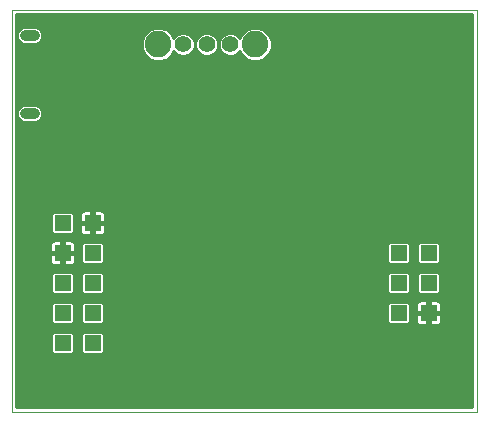
<source format=gbl>
G75*
%MOIN*%
%OFA0B0*%
%FSLAX25Y25*%
%IPPOS*%
%LPD*%
%AMOC8*
5,1,8,0,0,1.08239X$1,22.5*
%
%ADD10C,0.00000*%
%ADD11C,0.03543*%
%ADD12C,0.05600*%
%ADD13C,0.08858*%
%ADD14R,0.05315X0.05315*%
%ADD15C,0.01000*%
%ADD16C,0.03169*%
%ADD17C,0.01600*%
D10*
X0001824Y0001500D02*
X0001824Y0135500D01*
X0156824Y0135500D01*
X0156824Y0001500D01*
X0001824Y0001500D01*
D11*
X0009190Y0101008D02*
X0009190Y0101008D01*
X0006434Y0101008D01*
X0006434Y0101008D01*
X0009190Y0101008D01*
X0009190Y0126992D02*
X0009190Y0126992D01*
X0006434Y0126992D01*
X0006434Y0126992D01*
X0009190Y0126992D01*
D12*
X0058924Y0124000D03*
X0066824Y0124000D03*
X0074724Y0124000D03*
D13*
X0082974Y0124000D03*
X0050674Y0124000D03*
D14*
X0028824Y0064500D03*
X0018824Y0064500D03*
X0018824Y0054500D03*
X0028824Y0054500D03*
X0028824Y0044500D03*
X0028824Y0034500D03*
X0018824Y0034500D03*
X0018824Y0044500D03*
X0018824Y0024500D03*
X0028824Y0024500D03*
X0130824Y0034500D03*
X0140824Y0034500D03*
X0140824Y0044500D03*
X0140824Y0054500D03*
X0130824Y0054500D03*
X0130824Y0044500D03*
D15*
X0127067Y0044436D02*
X0032581Y0044436D01*
X0032581Y0045434D02*
X0127067Y0045434D01*
X0127067Y0046433D02*
X0032581Y0046433D01*
X0032581Y0047432D02*
X0127067Y0047432D01*
X0127067Y0047613D02*
X0127067Y0041387D01*
X0127711Y0040743D01*
X0133937Y0040743D01*
X0134581Y0041387D01*
X0134581Y0047613D01*
X0133937Y0048257D01*
X0127711Y0048257D01*
X0127067Y0047613D01*
X0127711Y0050743D02*
X0133937Y0050743D01*
X0134581Y0051387D01*
X0134581Y0057613D01*
X0133937Y0058257D01*
X0127711Y0058257D01*
X0127067Y0057613D01*
X0127067Y0051387D01*
X0127711Y0050743D01*
X0127067Y0051426D02*
X0032581Y0051426D01*
X0032581Y0051387D02*
X0032581Y0057613D01*
X0031937Y0058257D01*
X0025711Y0058257D01*
X0025067Y0057613D01*
X0025067Y0051387D01*
X0025711Y0050743D01*
X0031937Y0050743D01*
X0032581Y0051387D01*
X0032581Y0052424D02*
X0127067Y0052424D01*
X0127067Y0053423D02*
X0032581Y0053423D01*
X0032581Y0054421D02*
X0127067Y0054421D01*
X0127067Y0055420D02*
X0032581Y0055420D01*
X0032581Y0056418D02*
X0127067Y0056418D01*
X0127067Y0057417D02*
X0032581Y0057417D01*
X0031679Y0060343D02*
X0029210Y0060343D01*
X0029210Y0064114D01*
X0029210Y0064886D01*
X0032981Y0064886D01*
X0032981Y0067355D01*
X0032879Y0067736D01*
X0032682Y0068078D01*
X0032402Y0068358D01*
X0032060Y0068555D01*
X0031679Y0068657D01*
X0029210Y0068657D01*
X0029210Y0064886D01*
X0028438Y0064886D01*
X0028438Y0068657D01*
X0025969Y0068657D01*
X0025588Y0068555D01*
X0025245Y0068358D01*
X0024966Y0068078D01*
X0024769Y0067736D01*
X0024667Y0067355D01*
X0024666Y0064886D01*
X0028438Y0064886D01*
X0028438Y0064114D01*
X0029210Y0064114D01*
X0032981Y0064114D01*
X0032981Y0061645D01*
X0032879Y0061264D01*
X0032682Y0060921D01*
X0032402Y0060642D01*
X0032060Y0060445D01*
X0031679Y0060343D01*
X0031939Y0060412D02*
X0155324Y0060412D01*
X0155324Y0059414D02*
X0003324Y0059414D01*
X0003324Y0060412D02*
X0025709Y0060412D01*
X0025588Y0060445D02*
X0025969Y0060343D01*
X0028438Y0060343D01*
X0028438Y0064114D01*
X0024667Y0064114D01*
X0024667Y0061645D01*
X0024769Y0061264D01*
X0024966Y0060921D01*
X0025245Y0060642D01*
X0025588Y0060445D01*
X0024729Y0061411D02*
X0022581Y0061411D01*
X0022581Y0061387D02*
X0022581Y0067613D01*
X0021937Y0068257D01*
X0015711Y0068257D01*
X0015067Y0067613D01*
X0015067Y0061387D01*
X0015711Y0060743D01*
X0021937Y0060743D01*
X0022581Y0061387D01*
X0022581Y0062409D02*
X0024667Y0062409D01*
X0024667Y0063408D02*
X0022581Y0063408D01*
X0022581Y0064406D02*
X0028438Y0064406D01*
X0029210Y0064406D02*
X0155324Y0064406D01*
X0155324Y0063408D02*
X0032981Y0063408D01*
X0032981Y0062409D02*
X0155324Y0062409D01*
X0155324Y0061411D02*
X0032919Y0061411D01*
X0029210Y0061411D02*
X0028438Y0061411D01*
X0028438Y0062409D02*
X0029210Y0062409D01*
X0029210Y0063408D02*
X0028438Y0063408D01*
X0028438Y0065405D02*
X0029210Y0065405D01*
X0029210Y0066403D02*
X0028438Y0066403D01*
X0028438Y0067402D02*
X0029210Y0067402D01*
X0029210Y0068400D02*
X0028438Y0068400D01*
X0025319Y0068400D02*
X0003324Y0068400D01*
X0003324Y0067402D02*
X0015067Y0067402D01*
X0015067Y0066403D02*
X0003324Y0066403D01*
X0003324Y0065405D02*
X0015067Y0065405D01*
X0015067Y0064406D02*
X0003324Y0064406D01*
X0003324Y0063408D02*
X0015067Y0063408D01*
X0015067Y0062409D02*
X0003324Y0062409D01*
X0003324Y0061411D02*
X0015067Y0061411D01*
X0015969Y0058657D02*
X0015588Y0058555D01*
X0015245Y0058358D01*
X0014966Y0058078D01*
X0014769Y0057736D01*
X0014667Y0057355D01*
X0014666Y0054886D01*
X0018438Y0054886D01*
X0018438Y0058657D01*
X0015969Y0058657D01*
X0015345Y0058415D02*
X0003324Y0058415D01*
X0003324Y0057417D02*
X0014683Y0057417D01*
X0014667Y0056418D02*
X0003324Y0056418D01*
X0003324Y0055420D02*
X0014667Y0055420D01*
X0014667Y0054114D02*
X0014667Y0051645D01*
X0014769Y0051264D01*
X0014966Y0050921D01*
X0015245Y0050642D01*
X0015588Y0050445D01*
X0015969Y0050343D01*
X0018438Y0050343D01*
X0018438Y0054114D01*
X0019210Y0054114D01*
X0019210Y0054886D01*
X0022981Y0054886D01*
X0022981Y0057355D01*
X0022879Y0057736D01*
X0022682Y0058078D01*
X0022402Y0058358D01*
X0022060Y0058555D01*
X0021679Y0058657D01*
X0019210Y0058657D01*
X0019210Y0054886D01*
X0018438Y0054886D01*
X0018438Y0054114D01*
X0014667Y0054114D01*
X0014667Y0053423D02*
X0003324Y0053423D01*
X0003324Y0054421D02*
X0018438Y0054421D01*
X0019210Y0054421D02*
X0025067Y0054421D01*
X0025067Y0053423D02*
X0022981Y0053423D01*
X0022981Y0054114D02*
X0022981Y0051645D01*
X0022879Y0051264D01*
X0022682Y0050921D01*
X0022402Y0050642D01*
X0022060Y0050445D01*
X0021679Y0050343D01*
X0019210Y0050343D01*
X0019210Y0054114D01*
X0022981Y0054114D01*
X0022981Y0055420D02*
X0025067Y0055420D01*
X0025067Y0056418D02*
X0022981Y0056418D01*
X0022965Y0057417D02*
X0025067Y0057417D01*
X0022303Y0058415D02*
X0155324Y0058415D01*
X0155324Y0057417D02*
X0144581Y0057417D01*
X0144581Y0057613D02*
X0143937Y0058257D01*
X0137711Y0058257D01*
X0137067Y0057613D01*
X0137067Y0051387D01*
X0137711Y0050743D01*
X0143937Y0050743D01*
X0144581Y0051387D01*
X0144581Y0057613D01*
X0144581Y0056418D02*
X0155324Y0056418D01*
X0155324Y0055420D02*
X0144581Y0055420D01*
X0144581Y0054421D02*
X0155324Y0054421D01*
X0155324Y0053423D02*
X0144581Y0053423D01*
X0144581Y0052424D02*
X0155324Y0052424D01*
X0155324Y0051426D02*
X0144581Y0051426D01*
X0143937Y0048257D02*
X0144581Y0047613D01*
X0144581Y0041387D01*
X0143937Y0040743D01*
X0137711Y0040743D01*
X0137067Y0041387D01*
X0137067Y0047613D01*
X0137711Y0048257D01*
X0143937Y0048257D01*
X0144581Y0047432D02*
X0155324Y0047432D01*
X0155324Y0048430D02*
X0003324Y0048430D01*
X0003324Y0047432D02*
X0015067Y0047432D01*
X0015067Y0047613D02*
X0015067Y0041387D01*
X0015711Y0040743D01*
X0021937Y0040743D01*
X0022581Y0041387D01*
X0022581Y0047613D01*
X0021937Y0048257D01*
X0015711Y0048257D01*
X0015067Y0047613D01*
X0015067Y0046433D02*
X0003324Y0046433D01*
X0003324Y0045434D02*
X0015067Y0045434D01*
X0015067Y0044436D02*
X0003324Y0044436D01*
X0003324Y0043437D02*
X0015067Y0043437D01*
X0015067Y0042439D02*
X0003324Y0042439D01*
X0003324Y0041440D02*
X0015067Y0041440D01*
X0015711Y0038257D02*
X0015067Y0037613D01*
X0015067Y0031387D01*
X0015711Y0030743D01*
X0021937Y0030743D01*
X0022581Y0031387D01*
X0022581Y0037613D01*
X0021937Y0038257D01*
X0015711Y0038257D01*
X0015067Y0037446D02*
X0003324Y0037446D01*
X0003324Y0036448D02*
X0015067Y0036448D01*
X0015067Y0035449D02*
X0003324Y0035449D01*
X0003324Y0034451D02*
X0015067Y0034451D01*
X0015067Y0033452D02*
X0003324Y0033452D01*
X0003324Y0032454D02*
X0015067Y0032454D01*
X0015067Y0031455D02*
X0003324Y0031455D01*
X0003324Y0030457D02*
X0137567Y0030457D01*
X0137588Y0030445D02*
X0137969Y0030343D01*
X0140438Y0030343D01*
X0140438Y0034114D01*
X0141210Y0034114D01*
X0141210Y0034886D01*
X0144981Y0034886D01*
X0144981Y0037355D01*
X0144879Y0037736D01*
X0144682Y0038078D01*
X0144402Y0038358D01*
X0144060Y0038555D01*
X0143679Y0038657D01*
X0141210Y0038657D01*
X0141210Y0034886D01*
X0140438Y0034886D01*
X0140438Y0038657D01*
X0137969Y0038657D01*
X0137588Y0038555D01*
X0137245Y0038358D01*
X0136966Y0038078D01*
X0136769Y0037736D01*
X0136667Y0037355D01*
X0136666Y0034886D01*
X0140438Y0034886D01*
X0140438Y0034114D01*
X0136667Y0034114D01*
X0136667Y0031645D01*
X0136769Y0031264D01*
X0136966Y0030921D01*
X0137245Y0030642D01*
X0137588Y0030445D01*
X0136717Y0031455D02*
X0134581Y0031455D01*
X0134581Y0031387D02*
X0134581Y0037613D01*
X0133937Y0038257D01*
X0127711Y0038257D01*
X0127067Y0037613D01*
X0127067Y0031387D01*
X0127711Y0030743D01*
X0133937Y0030743D01*
X0134581Y0031387D01*
X0134581Y0032454D02*
X0136667Y0032454D01*
X0136667Y0033452D02*
X0134581Y0033452D01*
X0134581Y0034451D02*
X0140438Y0034451D01*
X0141210Y0034451D02*
X0155324Y0034451D01*
X0155324Y0035449D02*
X0144981Y0035449D01*
X0144981Y0036448D02*
X0155324Y0036448D01*
X0155324Y0037446D02*
X0144957Y0037446D01*
X0144252Y0038445D02*
X0155324Y0038445D01*
X0155324Y0039443D02*
X0003324Y0039443D01*
X0003324Y0038445D02*
X0137396Y0038445D01*
X0136691Y0037446D02*
X0134581Y0037446D01*
X0134581Y0036448D02*
X0136667Y0036448D01*
X0136667Y0035449D02*
X0134581Y0035449D01*
X0140438Y0035449D02*
X0141210Y0035449D01*
X0141210Y0036448D02*
X0140438Y0036448D01*
X0140438Y0037446D02*
X0141210Y0037446D01*
X0141210Y0038445D02*
X0140438Y0038445D01*
X0137067Y0041440D02*
X0134581Y0041440D01*
X0134581Y0042439D02*
X0137067Y0042439D01*
X0137067Y0043437D02*
X0134581Y0043437D01*
X0134581Y0044436D02*
X0137067Y0044436D01*
X0137067Y0045434D02*
X0134581Y0045434D01*
X0134581Y0046433D02*
X0137067Y0046433D01*
X0137067Y0047432D02*
X0134581Y0047432D01*
X0134581Y0051426D02*
X0137067Y0051426D01*
X0137067Y0052424D02*
X0134581Y0052424D01*
X0134581Y0053423D02*
X0137067Y0053423D01*
X0137067Y0054421D02*
X0134581Y0054421D01*
X0134581Y0055420D02*
X0137067Y0055420D01*
X0137067Y0056418D02*
X0134581Y0056418D01*
X0134581Y0057417D02*
X0137067Y0057417D01*
X0144581Y0046433D02*
X0155324Y0046433D01*
X0155324Y0045434D02*
X0144581Y0045434D01*
X0144581Y0044436D02*
X0155324Y0044436D01*
X0155324Y0043437D02*
X0144581Y0043437D01*
X0144581Y0042439D02*
X0155324Y0042439D01*
X0155324Y0041440D02*
X0144581Y0041440D01*
X0144981Y0034114D02*
X0141210Y0034114D01*
X0141210Y0030343D01*
X0143679Y0030343D01*
X0144060Y0030445D01*
X0144402Y0030642D01*
X0144682Y0030921D01*
X0144879Y0031264D01*
X0144981Y0031645D01*
X0144981Y0034114D01*
X0144981Y0033452D02*
X0155324Y0033452D01*
X0155324Y0032454D02*
X0144981Y0032454D01*
X0144931Y0031455D02*
X0155324Y0031455D01*
X0155324Y0030457D02*
X0144081Y0030457D01*
X0141210Y0030457D02*
X0140438Y0030457D01*
X0140438Y0031455D02*
X0141210Y0031455D01*
X0141210Y0032454D02*
X0140438Y0032454D01*
X0140438Y0033452D02*
X0141210Y0033452D01*
X0127067Y0033452D02*
X0032581Y0033452D01*
X0032581Y0032454D02*
X0127067Y0032454D01*
X0127067Y0031455D02*
X0032581Y0031455D01*
X0032581Y0031387D02*
X0032581Y0037613D01*
X0031937Y0038257D01*
X0025711Y0038257D01*
X0025067Y0037613D01*
X0025067Y0031387D01*
X0025711Y0030743D01*
X0031937Y0030743D01*
X0032581Y0031387D01*
X0031937Y0028257D02*
X0025711Y0028257D01*
X0025067Y0027613D01*
X0025067Y0021387D01*
X0025711Y0020743D01*
X0031937Y0020743D01*
X0032581Y0021387D01*
X0032581Y0027613D01*
X0031937Y0028257D01*
X0032581Y0027461D02*
X0155324Y0027461D01*
X0155324Y0026463D02*
X0032581Y0026463D01*
X0032581Y0025464D02*
X0155324Y0025464D01*
X0155324Y0024466D02*
X0032581Y0024466D01*
X0032581Y0023467D02*
X0155324Y0023467D01*
X0155324Y0022469D02*
X0032581Y0022469D01*
X0032581Y0021470D02*
X0155324Y0021470D01*
X0155324Y0020472D02*
X0003324Y0020472D01*
X0003324Y0021470D02*
X0015067Y0021470D01*
X0015067Y0021387D02*
X0015711Y0020743D01*
X0021937Y0020743D01*
X0022581Y0021387D01*
X0022581Y0027613D01*
X0021937Y0028257D01*
X0015711Y0028257D01*
X0015067Y0027613D01*
X0015067Y0021387D01*
X0015067Y0022469D02*
X0003324Y0022469D01*
X0003324Y0023467D02*
X0015067Y0023467D01*
X0015067Y0024466D02*
X0003324Y0024466D01*
X0003324Y0025464D02*
X0015067Y0025464D01*
X0015067Y0026463D02*
X0003324Y0026463D01*
X0003324Y0027461D02*
X0015067Y0027461D01*
X0022581Y0027461D02*
X0025067Y0027461D01*
X0025067Y0026463D02*
X0022581Y0026463D01*
X0022581Y0025464D02*
X0025067Y0025464D01*
X0025067Y0024466D02*
X0022581Y0024466D01*
X0022581Y0023467D02*
X0025067Y0023467D01*
X0025067Y0022469D02*
X0022581Y0022469D01*
X0022581Y0021470D02*
X0025067Y0021470D01*
X0025067Y0031455D02*
X0022581Y0031455D01*
X0022581Y0032454D02*
X0025067Y0032454D01*
X0025067Y0033452D02*
X0022581Y0033452D01*
X0022581Y0034451D02*
X0025067Y0034451D01*
X0025067Y0035449D02*
X0022581Y0035449D01*
X0022581Y0036448D02*
X0025067Y0036448D01*
X0025067Y0037446D02*
X0022581Y0037446D01*
X0025711Y0040743D02*
X0025067Y0041387D01*
X0025067Y0047613D01*
X0025711Y0048257D01*
X0031937Y0048257D01*
X0032581Y0047613D01*
X0032581Y0041387D01*
X0031937Y0040743D01*
X0025711Y0040743D01*
X0025067Y0041440D02*
X0022581Y0041440D01*
X0022581Y0042439D02*
X0025067Y0042439D01*
X0025067Y0043437D02*
X0022581Y0043437D01*
X0022581Y0044436D02*
X0025067Y0044436D01*
X0025067Y0045434D02*
X0022581Y0045434D01*
X0022581Y0046433D02*
X0025067Y0046433D01*
X0025067Y0047432D02*
X0022581Y0047432D01*
X0021994Y0050427D02*
X0155324Y0050427D01*
X0155324Y0049429D02*
X0003324Y0049429D01*
X0003324Y0050427D02*
X0015654Y0050427D01*
X0014725Y0051426D02*
X0003324Y0051426D01*
X0003324Y0052424D02*
X0014667Y0052424D01*
X0018438Y0052424D02*
X0019210Y0052424D01*
X0019210Y0051426D02*
X0018438Y0051426D01*
X0018438Y0050427D02*
X0019210Y0050427D01*
X0019210Y0053423D02*
X0018438Y0053423D01*
X0018438Y0055420D02*
X0019210Y0055420D01*
X0019210Y0056418D02*
X0018438Y0056418D01*
X0018438Y0057417D02*
X0019210Y0057417D01*
X0019210Y0058415D02*
X0018438Y0058415D01*
X0022981Y0052424D02*
X0025067Y0052424D01*
X0025067Y0051426D02*
X0022923Y0051426D01*
X0032581Y0043437D02*
X0127067Y0043437D01*
X0127067Y0042439D02*
X0032581Y0042439D01*
X0032581Y0041440D02*
X0127067Y0041440D01*
X0127067Y0037446D02*
X0032581Y0037446D01*
X0032581Y0036448D02*
X0127067Y0036448D01*
X0127067Y0035449D02*
X0032581Y0035449D01*
X0032581Y0034451D02*
X0127067Y0034451D01*
X0155324Y0029458D02*
X0003324Y0029458D01*
X0003324Y0028460D02*
X0155324Y0028460D01*
X0155324Y0019473D02*
X0003324Y0019473D01*
X0003324Y0018475D02*
X0155324Y0018475D01*
X0155324Y0017476D02*
X0003324Y0017476D01*
X0003324Y0016478D02*
X0155324Y0016478D01*
X0155324Y0015479D02*
X0003324Y0015479D01*
X0003324Y0014481D02*
X0155324Y0014481D01*
X0155324Y0013482D02*
X0003324Y0013482D01*
X0003324Y0012484D02*
X0155324Y0012484D01*
X0155324Y0011485D02*
X0003324Y0011485D01*
X0003324Y0010487D02*
X0155324Y0010487D01*
X0155324Y0009488D02*
X0003324Y0009488D01*
X0003324Y0008490D02*
X0155324Y0008490D01*
X0155324Y0007491D02*
X0003324Y0007491D01*
X0003324Y0006493D02*
X0155324Y0006493D01*
X0155324Y0005494D02*
X0003324Y0005494D01*
X0003324Y0004496D02*
X0155324Y0004496D01*
X0155324Y0003497D02*
X0003324Y0003497D01*
X0003324Y0003000D02*
X0003324Y0134000D01*
X0155324Y0134000D01*
X0155324Y0003000D01*
X0003324Y0003000D01*
X0003324Y0040442D02*
X0155324Y0040442D01*
X0155324Y0065405D02*
X0032981Y0065405D01*
X0032981Y0066403D02*
X0155324Y0066403D01*
X0155324Y0067402D02*
X0032969Y0067402D01*
X0032329Y0068400D02*
X0155324Y0068400D01*
X0155324Y0069399D02*
X0003324Y0069399D01*
X0003324Y0070397D02*
X0155324Y0070397D01*
X0155324Y0071396D02*
X0003324Y0071396D01*
X0003324Y0072394D02*
X0155324Y0072394D01*
X0155324Y0073393D02*
X0003324Y0073393D01*
X0003324Y0074391D02*
X0155324Y0074391D01*
X0155324Y0075390D02*
X0003324Y0075390D01*
X0003324Y0076388D02*
X0155324Y0076388D01*
X0155324Y0077387D02*
X0003324Y0077387D01*
X0003324Y0078385D02*
X0155324Y0078385D01*
X0155324Y0079384D02*
X0003324Y0079384D01*
X0003324Y0080382D02*
X0155324Y0080382D01*
X0155324Y0081381D02*
X0003324Y0081381D01*
X0003324Y0082379D02*
X0155324Y0082379D01*
X0155324Y0083378D02*
X0003324Y0083378D01*
X0003324Y0084376D02*
X0155324Y0084376D01*
X0155324Y0085375D02*
X0003324Y0085375D01*
X0003324Y0086373D02*
X0155324Y0086373D01*
X0155324Y0087372D02*
X0003324Y0087372D01*
X0003324Y0088370D02*
X0155324Y0088370D01*
X0155324Y0089369D02*
X0003324Y0089369D01*
X0003324Y0090368D02*
X0155324Y0090368D01*
X0155324Y0091366D02*
X0003324Y0091366D01*
X0003324Y0092365D02*
X0155324Y0092365D01*
X0155324Y0093363D02*
X0003324Y0093363D01*
X0003324Y0094362D02*
X0155324Y0094362D01*
X0155324Y0095360D02*
X0003324Y0095360D01*
X0003324Y0096359D02*
X0155324Y0096359D01*
X0155324Y0097357D02*
X0003324Y0097357D01*
X0003324Y0098356D02*
X0005333Y0098356D01*
X0004808Y0098573D02*
X0005863Y0098136D01*
X0009761Y0098136D01*
X0010817Y0098573D01*
X0011625Y0099381D01*
X0012062Y0100437D01*
X0012062Y0101579D01*
X0011625Y0102635D01*
X0010817Y0103442D01*
X0009761Y0103880D01*
X0005863Y0103880D01*
X0004808Y0103442D01*
X0004000Y0102635D01*
X0003563Y0101579D01*
X0003563Y0100437D01*
X0004000Y0099381D01*
X0004808Y0098573D01*
X0004027Y0099354D02*
X0003324Y0099354D01*
X0003324Y0100353D02*
X0003597Y0100353D01*
X0003563Y0101351D02*
X0003324Y0101351D01*
X0003324Y0102350D02*
X0003882Y0102350D01*
X0003324Y0103348D02*
X0004713Y0103348D01*
X0003324Y0104347D02*
X0155324Y0104347D01*
X0155324Y0105345D02*
X0003324Y0105345D01*
X0003324Y0106344D02*
X0155324Y0106344D01*
X0155324Y0107342D02*
X0003324Y0107342D01*
X0003324Y0108341D02*
X0155324Y0108341D01*
X0155324Y0109339D02*
X0003324Y0109339D01*
X0003324Y0110338D02*
X0155324Y0110338D01*
X0155324Y0111336D02*
X0003324Y0111336D01*
X0003324Y0112335D02*
X0155324Y0112335D01*
X0155324Y0113333D02*
X0003324Y0113333D01*
X0003324Y0114332D02*
X0155324Y0114332D01*
X0155324Y0115330D02*
X0003324Y0115330D01*
X0003324Y0116329D02*
X0155324Y0116329D01*
X0155324Y0117327D02*
X0003324Y0117327D01*
X0003324Y0118326D02*
X0155324Y0118326D01*
X0155324Y0119324D02*
X0086118Y0119324D01*
X0086106Y0119313D02*
X0087661Y0120868D01*
X0088503Y0122900D01*
X0088503Y0125100D01*
X0087661Y0127132D01*
X0086106Y0128687D01*
X0084074Y0129529D01*
X0081874Y0129529D01*
X0079842Y0128687D01*
X0078287Y0127132D01*
X0077941Y0126298D01*
X0076933Y0127306D01*
X0075500Y0127900D01*
X0073948Y0127900D01*
X0072515Y0127306D01*
X0071418Y0126209D01*
X0070824Y0124776D01*
X0070824Y0123224D01*
X0071418Y0121791D01*
X0072515Y0120694D01*
X0073948Y0120100D01*
X0075500Y0120100D01*
X0076933Y0120694D01*
X0077941Y0121702D01*
X0078287Y0120868D01*
X0079842Y0119313D01*
X0081874Y0118471D01*
X0084074Y0118471D01*
X0086106Y0119313D01*
X0087116Y0120323D02*
X0155324Y0120323D01*
X0155324Y0121321D02*
X0087849Y0121321D01*
X0088263Y0122320D02*
X0155324Y0122320D01*
X0155324Y0123318D02*
X0088503Y0123318D01*
X0088503Y0124317D02*
X0155324Y0124317D01*
X0155324Y0125315D02*
X0088414Y0125315D01*
X0088000Y0126314D02*
X0155324Y0126314D01*
X0155324Y0127312D02*
X0087481Y0127312D01*
X0086482Y0128311D02*
X0155324Y0128311D01*
X0155324Y0129309D02*
X0084604Y0129309D01*
X0081344Y0129309D02*
X0052304Y0129309D01*
X0051774Y0129529D02*
X0049574Y0129529D01*
X0047542Y0128687D01*
X0045987Y0127132D01*
X0045145Y0125100D01*
X0045145Y0122900D01*
X0045987Y0120868D01*
X0047542Y0119313D01*
X0049574Y0118471D01*
X0051774Y0118471D01*
X0053806Y0119313D01*
X0055361Y0120868D01*
X0055707Y0121702D01*
X0056715Y0120694D01*
X0058148Y0120100D01*
X0059700Y0120100D01*
X0061133Y0120694D01*
X0062230Y0121791D01*
X0062824Y0123224D01*
X0062824Y0124776D01*
X0062230Y0126209D01*
X0061133Y0127306D01*
X0059700Y0127900D01*
X0058148Y0127900D01*
X0056715Y0127306D01*
X0055707Y0126298D01*
X0055361Y0127132D01*
X0053806Y0128687D01*
X0051774Y0129529D01*
X0054182Y0128311D02*
X0079466Y0128311D01*
X0078467Y0127312D02*
X0076918Y0127312D01*
X0077925Y0126314D02*
X0077948Y0126314D01*
X0072530Y0127312D02*
X0069018Y0127312D01*
X0069033Y0127306D02*
X0067600Y0127900D01*
X0066048Y0127900D01*
X0064615Y0127306D01*
X0063518Y0126209D01*
X0062924Y0124776D01*
X0062924Y0123224D01*
X0063518Y0121791D01*
X0064615Y0120694D01*
X0066048Y0120100D01*
X0067600Y0120100D01*
X0069033Y0120694D01*
X0070130Y0121791D01*
X0070724Y0123224D01*
X0070724Y0124776D01*
X0070130Y0126209D01*
X0069033Y0127306D01*
X0070025Y0126314D02*
X0071522Y0126314D01*
X0071048Y0125315D02*
X0070500Y0125315D01*
X0070724Y0124317D02*
X0070824Y0124317D01*
X0070824Y0123318D02*
X0070724Y0123318D01*
X0070349Y0122320D02*
X0071199Y0122320D01*
X0071887Y0121321D02*
X0069661Y0121321D01*
X0068138Y0120323D02*
X0073410Y0120323D01*
X0076038Y0120323D02*
X0078832Y0120323D01*
X0078099Y0121321D02*
X0077561Y0121321D01*
X0079830Y0119324D02*
X0053818Y0119324D01*
X0054816Y0120323D02*
X0057610Y0120323D01*
X0056087Y0121321D02*
X0055549Y0121321D01*
X0060238Y0120323D02*
X0065510Y0120323D01*
X0063987Y0121321D02*
X0061761Y0121321D01*
X0062449Y0122320D02*
X0063299Y0122320D01*
X0062924Y0123318D02*
X0062824Y0123318D01*
X0062824Y0124317D02*
X0062924Y0124317D01*
X0063148Y0125315D02*
X0062600Y0125315D01*
X0062125Y0126314D02*
X0063622Y0126314D01*
X0064630Y0127312D02*
X0061118Y0127312D01*
X0056730Y0127312D02*
X0055181Y0127312D01*
X0055700Y0126314D02*
X0055722Y0126314D01*
X0049044Y0129309D02*
X0010934Y0129309D01*
X0010817Y0129427D02*
X0009761Y0129864D01*
X0005863Y0129864D01*
X0004808Y0129427D01*
X0004000Y0128619D01*
X0003563Y0127563D01*
X0003563Y0126421D01*
X0004000Y0125365D01*
X0004808Y0124558D01*
X0005863Y0124120D01*
X0009761Y0124120D01*
X0010817Y0124558D01*
X0011625Y0125365D01*
X0012062Y0126421D01*
X0012062Y0127563D01*
X0011625Y0128619D01*
X0010817Y0129427D01*
X0011752Y0128311D02*
X0047166Y0128311D01*
X0046167Y0127312D02*
X0012062Y0127312D01*
X0012017Y0126314D02*
X0045648Y0126314D01*
X0045234Y0125315D02*
X0011575Y0125315D01*
X0010236Y0124317D02*
X0045145Y0124317D01*
X0045145Y0123318D02*
X0003324Y0123318D01*
X0003324Y0122320D02*
X0045385Y0122320D01*
X0045799Y0121321D02*
X0003324Y0121321D01*
X0003324Y0120323D02*
X0046532Y0120323D01*
X0047530Y0119324D02*
X0003324Y0119324D01*
X0003324Y0124317D02*
X0005389Y0124317D01*
X0004050Y0125315D02*
X0003324Y0125315D01*
X0003324Y0126314D02*
X0003607Y0126314D01*
X0003563Y0127312D02*
X0003324Y0127312D01*
X0003324Y0128311D02*
X0003872Y0128311D01*
X0003324Y0129309D02*
X0004690Y0129309D01*
X0003324Y0130308D02*
X0155324Y0130308D01*
X0155324Y0131306D02*
X0003324Y0131306D01*
X0003324Y0132305D02*
X0155324Y0132305D01*
X0155324Y0133303D02*
X0003324Y0133303D01*
X0010911Y0103348D02*
X0155324Y0103348D01*
X0155324Y0102350D02*
X0011743Y0102350D01*
X0012062Y0101351D02*
X0155324Y0101351D01*
X0155324Y0100353D02*
X0012027Y0100353D01*
X0011597Y0099354D02*
X0155324Y0099354D01*
X0155324Y0098356D02*
X0010291Y0098356D01*
X0022581Y0067402D02*
X0024679Y0067402D01*
X0024667Y0066403D02*
X0022581Y0066403D01*
X0022581Y0065405D02*
X0024667Y0065405D01*
X0028438Y0060412D02*
X0029210Y0060412D01*
X0134824Y0106500D02*
X0135824Y0107500D01*
X0135824Y0109500D01*
D16*
X0134824Y0106500D03*
X0145824Y0129500D03*
X0041824Y0107500D03*
D17*
X0143824Y0129500D02*
X0145824Y0129500D01*
M02*

</source>
